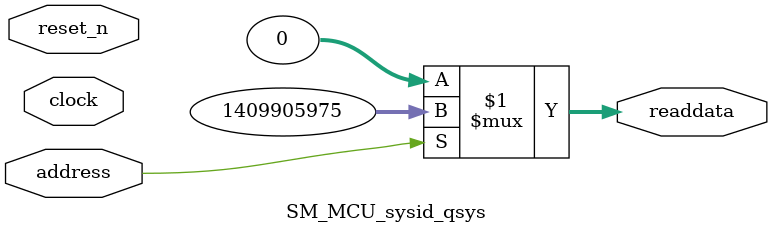
<source format=v>

`timescale 1ns / 1ps
// synthesis translate_on

// turn off superfluous verilog processor warnings 
// altera message_level Level1 
// altera message_off 10034 10035 10036 10037 10230 10240 10030 

module SM_MCU_sysid_qsys (
               // inputs:
                address,
                clock,
                reset_n,

               // outputs:
                readdata
             )
;

  output  [ 31: 0] readdata;
  input            address;
  input            clock;
  input            reset_n;

  wire    [ 31: 0] readdata;
  //control_slave, which is an e_avalon_slave
  assign readdata = address ? 1409905975 : 0;

endmodule




</source>
